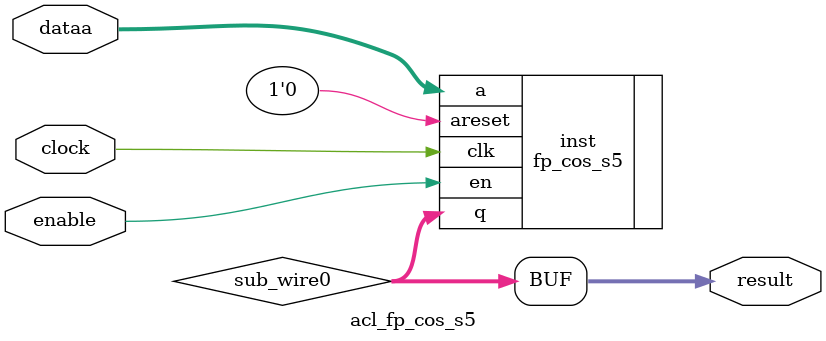
<source format=v>

`timescale 1 ps / 1 ps
// synopsys translate_on
module acl_fp_cos_s5 (
	enable,
	clock,
	dataa,
	result);

	input	  enable;
	input	  clock;
	input	[31:0]  dataa;
	output	[31:0]  result;

	wire [31:0] sub_wire0;
	wire [31:0] result = sub_wire0[31:0];

	fp_cos_s5	inst (
				.en (enable),
        .areset(1'b0),
				.clk(clock),
				.a(dataa),
				.q(sub_wire0));

endmodule

</source>
